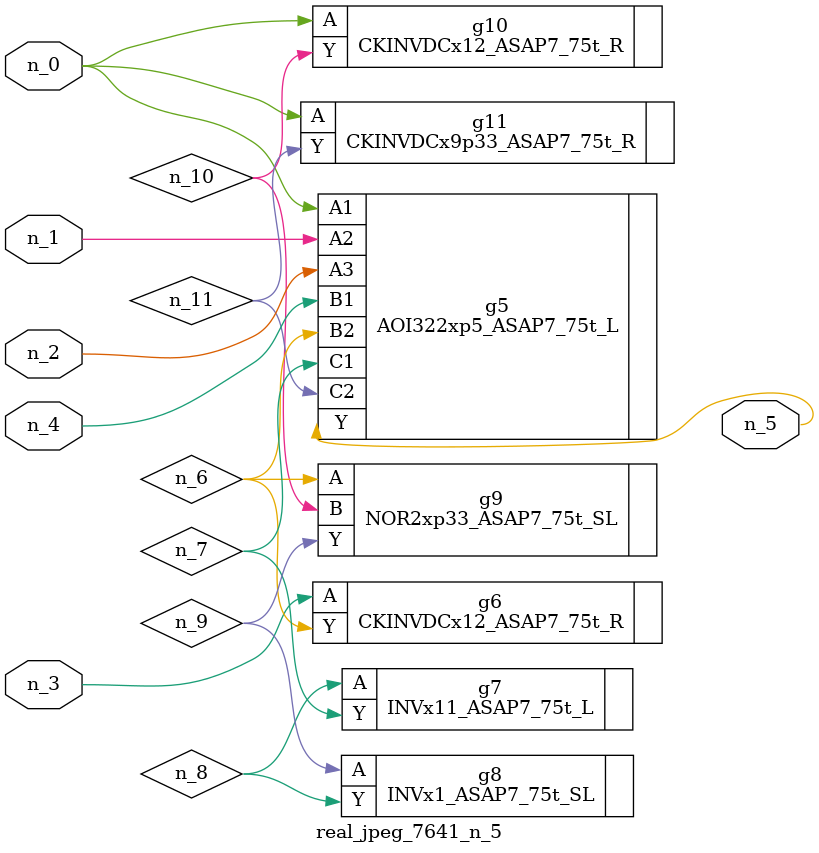
<source format=v>
module real_jpeg_7641_n_5 (n_4, n_0, n_1, n_2, n_3, n_5);

input n_4;
input n_0;
input n_1;
input n_2;
input n_3;

output n_5;

wire n_8;
wire n_11;
wire n_6;
wire n_7;
wire n_10;
wire n_9;

AOI322xp5_ASAP7_75t_L g5 ( 
.A1(n_0),
.A2(n_1),
.A3(n_2),
.B1(n_4),
.B2(n_6),
.C1(n_7),
.C2(n_11),
.Y(n_5)
);

CKINVDCx12_ASAP7_75t_R g10 ( 
.A(n_0),
.Y(n_10)
);

CKINVDCx9p33_ASAP7_75t_R g11 ( 
.A(n_0),
.Y(n_11)
);

CKINVDCx12_ASAP7_75t_R g6 ( 
.A(n_3),
.Y(n_6)
);

NOR2xp33_ASAP7_75t_SL g9 ( 
.A(n_6),
.B(n_10),
.Y(n_9)
);

INVx11_ASAP7_75t_L g7 ( 
.A(n_8),
.Y(n_7)
);

INVx1_ASAP7_75t_SL g8 ( 
.A(n_9),
.Y(n_8)
);


endmodule
</source>
